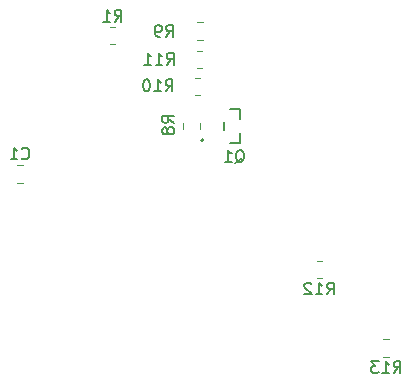
<source format=gbo>
G04 #@! TF.GenerationSoftware,KiCad,Pcbnew,(6.0.4)*
G04 #@! TF.CreationDate,2022-04-15T12:37:11+02:00*
G04 #@! TF.ProjectId,standaard,7374616e-6461-4617-9264-2e6b69636164,rev?*
G04 #@! TF.SameCoordinates,Original*
G04 #@! TF.FileFunction,Legend,Bot*
G04 #@! TF.FilePolarity,Positive*
%FSLAX46Y46*%
G04 Gerber Fmt 4.6, Leading zero omitted, Abs format (unit mm)*
G04 Created by KiCad (PCBNEW (6.0.4)) date 2022-04-15 12:37:11*
%MOMM*%
%LPD*%
G01*
G04 APERTURE LIST*
%ADD10C,0.150000*%
%ADD11C,0.120000*%
%ADD12C,0.127000*%
%ADD13C,0.200000*%
G04 APERTURE END LIST*
D10*
X188951857Y-56433180D02*
X189285190Y-55956990D01*
X189523285Y-56433180D02*
X189523285Y-55433180D01*
X189142333Y-55433180D01*
X189047095Y-55480800D01*
X188999476Y-55528419D01*
X188951857Y-55623657D01*
X188951857Y-55766514D01*
X188999476Y-55861752D01*
X189047095Y-55909371D01*
X189142333Y-55956990D01*
X189523285Y-55956990D01*
X187999476Y-56433180D02*
X188570904Y-56433180D01*
X188285190Y-56433180D02*
X188285190Y-55433180D01*
X188380428Y-55576038D01*
X188475666Y-55671276D01*
X188570904Y-55718895D01*
X187618523Y-55528419D02*
X187570904Y-55480800D01*
X187475666Y-55433180D01*
X187237571Y-55433180D01*
X187142333Y-55480800D01*
X187094714Y-55528419D01*
X187047095Y-55623657D01*
X187047095Y-55718895D01*
X187094714Y-55861752D01*
X187666142Y-56433180D01*
X187047095Y-56433180D01*
X175325666Y-34633180D02*
X175659000Y-34156990D01*
X175897095Y-34633180D02*
X175897095Y-33633180D01*
X175516142Y-33633180D01*
X175420904Y-33680800D01*
X175373285Y-33728419D01*
X175325666Y-33823657D01*
X175325666Y-33966514D01*
X175373285Y-34061752D01*
X175420904Y-34109371D01*
X175516142Y-34156990D01*
X175897095Y-34156990D01*
X174849476Y-34633180D02*
X174659000Y-34633180D01*
X174563761Y-34585561D01*
X174516142Y-34537942D01*
X174420904Y-34395085D01*
X174373285Y-34204609D01*
X174373285Y-33823657D01*
X174420904Y-33728419D01*
X174468523Y-33680800D01*
X174563761Y-33633180D01*
X174754238Y-33633180D01*
X174849476Y-33680800D01*
X174897095Y-33728419D01*
X174944714Y-33823657D01*
X174944714Y-34061752D01*
X174897095Y-34156990D01*
X174849476Y-34204609D01*
X174754238Y-34252228D01*
X174563761Y-34252228D01*
X174468523Y-34204609D01*
X174420904Y-34156990D01*
X174373285Y-34061752D01*
X181204238Y-45296619D02*
X181299476Y-45249000D01*
X181394714Y-45153761D01*
X181537571Y-45010904D01*
X181632809Y-44963285D01*
X181728047Y-44963285D01*
X181680428Y-45201380D02*
X181775666Y-45153761D01*
X181870904Y-45058523D01*
X181918523Y-44868047D01*
X181918523Y-44534714D01*
X181870904Y-44344238D01*
X181775666Y-44249000D01*
X181680428Y-44201380D01*
X181489952Y-44201380D01*
X181394714Y-44249000D01*
X181299476Y-44344238D01*
X181251857Y-44534714D01*
X181251857Y-44868047D01*
X181299476Y-45058523D01*
X181394714Y-45153761D01*
X181489952Y-45201380D01*
X181680428Y-45201380D01*
X180299476Y-45201380D02*
X180870904Y-45201380D01*
X180585190Y-45201380D02*
X180585190Y-44201380D01*
X180680428Y-44344238D01*
X180775666Y-44439476D01*
X180870904Y-44487095D01*
X194601857Y-63083180D02*
X194935190Y-62606990D01*
X195173285Y-63083180D02*
X195173285Y-62083180D01*
X194792333Y-62083180D01*
X194697095Y-62130800D01*
X194649476Y-62178419D01*
X194601857Y-62273657D01*
X194601857Y-62416514D01*
X194649476Y-62511752D01*
X194697095Y-62559371D01*
X194792333Y-62606990D01*
X195173285Y-62606990D01*
X193649476Y-63083180D02*
X194220904Y-63083180D01*
X193935190Y-63083180D02*
X193935190Y-62083180D01*
X194030428Y-62226038D01*
X194125666Y-62321276D01*
X194220904Y-62368895D01*
X193316142Y-62083180D02*
X192697095Y-62083180D01*
X193030428Y-62464133D01*
X192887571Y-62464133D01*
X192792333Y-62511752D01*
X192744714Y-62559371D01*
X192697095Y-62654609D01*
X192697095Y-62892704D01*
X192744714Y-62987942D01*
X192792333Y-63035561D01*
X192887571Y-63083180D01*
X193173285Y-63083180D01*
X193268523Y-63035561D01*
X193316142Y-62987942D01*
X175301857Y-39233180D02*
X175635190Y-38756990D01*
X175873285Y-39233180D02*
X175873285Y-38233180D01*
X175492333Y-38233180D01*
X175397095Y-38280800D01*
X175349476Y-38328419D01*
X175301857Y-38423657D01*
X175301857Y-38566514D01*
X175349476Y-38661752D01*
X175397095Y-38709371D01*
X175492333Y-38756990D01*
X175873285Y-38756990D01*
X174349476Y-39233180D02*
X174920904Y-39233180D01*
X174635190Y-39233180D02*
X174635190Y-38233180D01*
X174730428Y-38376038D01*
X174825666Y-38471276D01*
X174920904Y-38518895D01*
X173730428Y-38233180D02*
X173635190Y-38233180D01*
X173539952Y-38280800D01*
X173492333Y-38328419D01*
X173444714Y-38423657D01*
X173397095Y-38614133D01*
X173397095Y-38852228D01*
X173444714Y-39042704D01*
X173492333Y-39137942D01*
X173539952Y-39185561D01*
X173635190Y-39233180D01*
X173730428Y-39233180D01*
X173825666Y-39185561D01*
X173873285Y-39137942D01*
X173920904Y-39042704D01*
X173968523Y-38852228D01*
X173968523Y-38614133D01*
X173920904Y-38423657D01*
X173873285Y-38328419D01*
X173825666Y-38280800D01*
X173730428Y-38233180D01*
X175401857Y-36983180D02*
X175735190Y-36506990D01*
X175973285Y-36983180D02*
X175973285Y-35983180D01*
X175592333Y-35983180D01*
X175497095Y-36030800D01*
X175449476Y-36078419D01*
X175401857Y-36173657D01*
X175401857Y-36316514D01*
X175449476Y-36411752D01*
X175497095Y-36459371D01*
X175592333Y-36506990D01*
X175973285Y-36506990D01*
X174449476Y-36983180D02*
X175020904Y-36983180D01*
X174735190Y-36983180D02*
X174735190Y-35983180D01*
X174830428Y-36126038D01*
X174925666Y-36221276D01*
X175020904Y-36268895D01*
X173497095Y-36983180D02*
X174068523Y-36983180D01*
X173782809Y-36983180D02*
X173782809Y-35983180D01*
X173878047Y-36126038D01*
X173973285Y-36221276D01*
X174068523Y-36268895D01*
X176011380Y-41914133D02*
X175535190Y-41580800D01*
X176011380Y-41342704D02*
X175011380Y-41342704D01*
X175011380Y-41723657D01*
X175059000Y-41818895D01*
X175106619Y-41866514D01*
X175201857Y-41914133D01*
X175344714Y-41914133D01*
X175439952Y-41866514D01*
X175487571Y-41818895D01*
X175535190Y-41723657D01*
X175535190Y-41342704D01*
X175439952Y-42485561D02*
X175392333Y-42390323D01*
X175344714Y-42342704D01*
X175249476Y-42295085D01*
X175201857Y-42295085D01*
X175106619Y-42342704D01*
X175059000Y-42390323D01*
X175011380Y-42485561D01*
X175011380Y-42676038D01*
X175059000Y-42771276D01*
X175106619Y-42818895D01*
X175201857Y-42866514D01*
X175249476Y-42866514D01*
X175344714Y-42818895D01*
X175392333Y-42771276D01*
X175439952Y-42676038D01*
X175439952Y-42485561D01*
X175487571Y-42390323D01*
X175535190Y-42342704D01*
X175630428Y-42295085D01*
X175820904Y-42295085D01*
X175916142Y-42342704D01*
X175963761Y-42390323D01*
X176011380Y-42485561D01*
X176011380Y-42676038D01*
X175963761Y-42771276D01*
X175916142Y-42818895D01*
X175820904Y-42866514D01*
X175630428Y-42866514D01*
X175535190Y-42818895D01*
X175487571Y-42771276D01*
X175439952Y-42676038D01*
X163125666Y-44907942D02*
X163173285Y-44955561D01*
X163316142Y-45003180D01*
X163411380Y-45003180D01*
X163554238Y-44955561D01*
X163649476Y-44860323D01*
X163697095Y-44765085D01*
X163744714Y-44574609D01*
X163744714Y-44431752D01*
X163697095Y-44241276D01*
X163649476Y-44146038D01*
X163554238Y-44050800D01*
X163411380Y-44003180D01*
X163316142Y-44003180D01*
X163173285Y-44050800D01*
X163125666Y-44098419D01*
X162173285Y-45003180D02*
X162744714Y-45003180D01*
X162459000Y-45003180D02*
X162459000Y-44003180D01*
X162554238Y-44146038D01*
X162649476Y-44241276D01*
X162744714Y-44288895D01*
X170975666Y-33333180D02*
X171309000Y-32856990D01*
X171547095Y-33333180D02*
X171547095Y-32333180D01*
X171166142Y-32333180D01*
X171070904Y-32380800D01*
X171023285Y-32428419D01*
X170975666Y-32523657D01*
X170975666Y-32666514D01*
X171023285Y-32761752D01*
X171070904Y-32809371D01*
X171166142Y-32856990D01*
X171547095Y-32856990D01*
X170023285Y-33333180D02*
X170594714Y-33333180D01*
X170309000Y-33333180D02*
X170309000Y-32333180D01*
X170404238Y-32476038D01*
X170499476Y-32571276D01*
X170594714Y-32618895D01*
D11*
X188081936Y-55065800D02*
X188536064Y-55065800D01*
X188081936Y-53595800D02*
X188536064Y-53595800D01*
X177981936Y-34865800D02*
X178436064Y-34865800D01*
X177981936Y-33395800D02*
X178436064Y-33395800D01*
D12*
X181559000Y-42800800D02*
X181559000Y-43640800D01*
X180259000Y-42510800D02*
X180259000Y-41850800D01*
X181559000Y-41560800D02*
X181559000Y-40720800D01*
X181559000Y-43640800D02*
X180784000Y-43640800D01*
X181559000Y-40720800D02*
X180784000Y-40720800D01*
D13*
X178509000Y-43380800D02*
G75*
G03*
X178509000Y-43380800I-100000J0D01*
G01*
D11*
X193731936Y-61715800D02*
X194186064Y-61715800D01*
X193731936Y-60245800D02*
X194186064Y-60245800D01*
X177781936Y-39565800D02*
X178236064Y-39565800D01*
X177781936Y-38095800D02*
X178236064Y-38095800D01*
X177931936Y-37265800D02*
X178386064Y-37265800D01*
X177931936Y-35795800D02*
X178386064Y-35795800D01*
X178244000Y-42407864D02*
X178244000Y-41953736D01*
X176774000Y-42407864D02*
X176774000Y-41953736D01*
X163220252Y-45495800D02*
X162697748Y-45495800D01*
X163220252Y-46965800D02*
X162697748Y-46965800D01*
X171036064Y-33795800D02*
X170581936Y-33795800D01*
X171036064Y-35265800D02*
X170581936Y-35265800D01*
M02*

</source>
